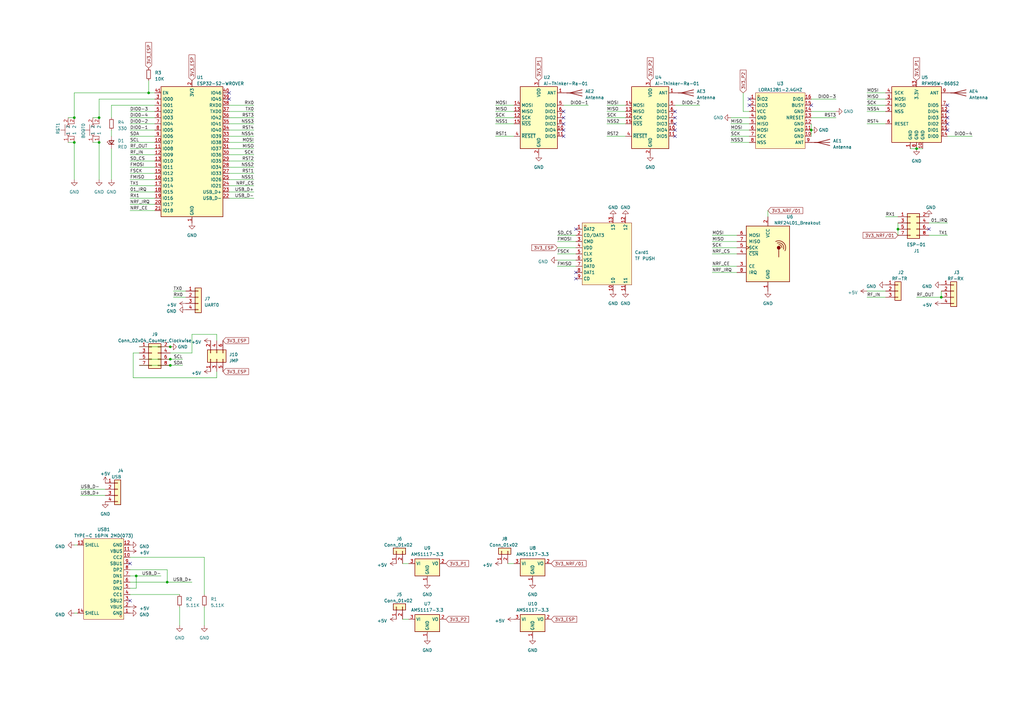
<source format=kicad_sch>
(kicad_sch (version 20230121) (generator eeschema)
  (paper "A3")
  (lib_symbols
    (symbol "Connector_Generic:Conn_01x02" (pin_names (offset 1.016) hide)
      (property "Reference" "J" (at 0 2.54 0))
      (property "Value" "Conn_01x02" (at 0 -5.08 0))
      (symbol "Conn_01x02_1_1"
        (rectangle (start -1.27 -2.413) (end 0 -2.667) (stroke (width 0.1524)))
        (rectangle (start -1.27 0.127) (end 0 -0.127) (stroke (width 0.1524)))
        (rectangle (start -1.27 1.27) (end 1.27 -3.81) (stroke (width 0.254)) (fill (type background)))
        (pin passive line (at -5.08 0 0) (length 3.81) (name "Pin_1") (number "1"))
        (pin passive line (at -5.08 -2.54 0) (length 3.81) (name "Pin_2") (number "2"))
      )
    )
    (symbol "Connector_Generic:Conn_01x03" (pin_names (offset 1.016) hide)
      (property "Reference" "J" (at 0 5.08 0))
      (property "Value" "Conn_01x03" (at 0 -5.08 0))
      (symbol "Conn_01x03_1_1"
        (rectangle (start -1.27 -2.413) (end 0 -2.667) (stroke (width 0.1524)))
        (rectangle (start -1.27 0.127) (end 0 -0.127) (stroke (width 0.1524)))
        (rectangle (start -1.27 2.667) (end 0 2.413) (stroke (width 0.1524)))
        (rectangle (start -1.27 3.81) (end 1.27 -3.81) (stroke (width 0.254)) (fill (type background)))
        (pin passive line (at -5.08 2.54 0) (length 3.81) (name "Pin_1") (number "1"))
        (pin passive line (at -5.08 0 0) (length 3.81) (name "Pin_2") (number "2"))
        (pin passive line (at -5.08 -2.54 0) (length 3.81) (name "Pin_3") (number "3"))
      )
    )
    (symbol "Connector_Generic:Conn_01x04" (pin_names (offset 1.016) hide)
      (property "Reference" "J" (at 0 5.08 0))
      (property "Value" "Conn_01x04" (at 0 -7.62 0))
      (symbol "Conn_01x04_1_1"
        (rectangle (start -1.27 -4.953) (end 0 -5.207) (stroke (width 0.1524)))
        (rectangle (start -1.27 -2.413) (end 0 -2.667) (stroke (width 0.1524)))
        (rectangle (start -1.27 0.127) (end 0 -0.127) (stroke (width 0.1524)))
        (rectangle (start -1.27 2.667) (end 0 2.413) (stroke (width 0.1524)))
        (rectangle (start -1.27 3.81) (end 1.27 -6.35) (stroke (width 0.254)) (fill (type background)))
        (pin passive line (at -5.08 2.54 0) (length 3.81) (name "Pin_1") (number "1"))
        (pin passive line (at -5.08 0 0) (length 3.81) (name "Pin_2") (number "2"))
        (pin passive line (at -5.08 -2.54 0) (length 3.81) (name "Pin_3") (number "3"))
        (pin passive line (at -5.08 -5.08 0) (length 3.81) (name "Pin_4") (number "4"))
      )
    )
    (symbol "Connector_Generic:Conn_02x03_Odd_Even" (pin_names (offset 1.016) hide)
      (property "Reference" "J" (at 1.27 5.08 0))
      (property "Value" "Conn_02x03_Odd_Even" (at 1.27 -5.08 0))
      (symbol "Conn_02x03_Odd_Even_1_1"
        (rectangle (start -1.27 -2.413) (end 0 -2.667) (stroke (width 0.1524)))
        (rectangle (start -1.27 0.127) (end 0 -0.127) (stroke (width 0.1524)))
        (rectangle (start -1.27 2.667) (end 0 2.413) (stroke (width 0.1524)))
        (rectangle (start -1.27 3.81) (end 3.81 -3.81) (stroke (width 0.254)) (fill (type background)))
        (rectangle (start 3.81 -2.413) (end 2.54 -2.667) (stroke (width 0.1524)))
        (rectangle (start 3.81 0.127) (end 2.54 -0.127) (stroke (width 0.1524)))
        (rectangle (start 3.81 2.667) (end 2.54 2.413) (stroke (width 0.1524)))
        (pin passive line (at -5.08 2.54 0) (length 3.81) (name "Pin_1") (number "1"))
        (pin passive line (at 7.62 2.54 180) (length 3.81) (name "Pin_2") (number "2"))
        (pin passive line (at -5.08 0 0) (length 3.81) (name "Pin_3") (number "3"))
        (pin passive line (at 7.62 0 180) (length 3.81) (name "Pin_4") (number "4"))
        (pin passive line (at -5.08 -2.54 0) (length 3.81) (name "Pin_5") (number "5"))
        (pin passive line (at 7.62 -2.54 180) (length 3.81) (name "Pin_6") (number "6"))
      )
    )
    (symbol "Connector_Generic:Conn_02x04_Odd_Even" (pin_names (offset 1.016) hide)
      (property "Reference" "J" (at 1.27 5.08 0))
      (property "Value" "Conn_02x04_Odd_Even" (at 1.27 -7.62 0))
      (symbol "Conn_02x04_Odd_Even_1_1"
        (rectangle (start -1.27 -4.953) (end 0 -5.207) (stroke (width 0.1524)))
        (rectangle (start -1.27 -2.413) (end 0 -2.667) (stroke (width 0.1524)))
        (rectangle (start -1.27 0.127) (end 0 -0.127) (stroke (width 0.1524)))
        (rectangle (start -1.27 2.667) (end 0 2.413) (stroke (width 0.1524)))
        (rectangle (start -1.27 3.81) (end 3.81 -6.35) (stroke (width 0.254)) (fill (type background)))
        (rectangle (start 3.81 -4.953) (end 2.54 -5.207) (stroke (width 0.1524)))
        (rectangle (start 3.81 -2.413) (end 2.54 -2.667) (stroke (width 0.1524)))
        (rectangle (start 3.81 0.127) (end 2.54 -0.127) (stroke (width 0.1524)))
        (rectangle (start 3.81 2.667) (end 2.54 2.413) (stroke (width 0.1524)))
        (pin passive line (at -5.08 2.54 0) (length 3.81) (name "Pin_1") (number "1"))
        (pin passive line (at 7.62 2.54 180) (length 3.81) (name "Pin_2") (number "2"))
        (pin passive line (at -5.08 0 0) (length 3.81) (name "Pin_3") (number "3"))
        (pin passive line (at 7.62 0 180) (length 3.81) (name "Pin_4") (number "4"))
        (pin passive line (at -5.08 -2.54 0) (length 3.81) (name "Pin_5") (number "5"))
        (pin passive line (at 7.62 -2.54 180) (length 3.81) (name "Pin_6") (number "6"))
        (pin passive line (at -5.08 -5.08 0) (length 3.81) (name "Pin_7") (number "7"))
        (pin passive line (at 7.62 -5.08 180) (length 3.81) (name "Pin_8") (number "8"))
      )
    )
    (symbol "Custom:LORA1281-2.4GHZ"
      (property "Reference" "U" (at 0 13.97 0))
      (property "Value" "LORA1281-2.4GHZ" (at 0 -13.97 0))
      (symbol "LORA1281-2.4GHZ_0_1"
        (rectangle (start -10.16 11.43) (end 10.16 -11.43) (fill (type background)))
        (circle (center -8.89 10.16) (radius 0.38))
        (pin unspecified line (at -12.7 8.89 0) (length 2.54) (name "DIO2") (number "1"))
        (pin unspecified line (at 12.7 -6.35 180) (length 2.54) (name "GND") (number "10"))
        (pin unspecified line (at 12.7 -3.81 180) (length 2.54) (name "GND") (number "11"))
        (pin unspecified line (at 12.7 -1.27 180) (length 2.54) (name "GND") (number "12"))
        (pin unspecified line (at 12.7 1.27 180) (length 2.54) (name "NRESET") (number "13"))
        (pin unspecified line (at 12.7 3.81 180) (length 2.54) (name "GND") (number "14"))
        (pin unspecified line (at 12.7 6.35 180) (length 2.54) (name "BUSY") (number "15"))
        (pin unspecified line (at 12.7 8.89 180) (length 2.54) (name "DIO1") (number "16"))
        (pin unspecified line (at -12.7 6.35 0) (length 2.54) (name "DIO3") (number "2"))
        (pin unspecified line (at -12.7 3.81 0) (length 2.54) (name "VCC") (number "3"))
        (pin unspecified line (at -12.7 1.27 0) (length 2.54) (name "GND") (number "4"))
        (pin unspecified line (at -12.7 -1.27 0) (length 2.54) (name "MISO") (number "5"))
        (pin unspecified line (at -12.7 -3.81 0) (length 2.54) (name "MOSI") (number "6"))
        (pin unspecified line (at -12.7 -6.35 0) (length 2.54) (name "SCK") (number "7"))
        (pin unspecified line (at -12.7 -8.89 0) (length 2.54) (name "NSS") (number "8"))
        (pin unspecified line (at 12.7 -8.89 180) (length 2.54) (name "ANT") (number "9"))
      )
    )
    (symbol "Custom:TFPUSH"
      (property "Reference" "Card" (at 0 20.32 0))
      (property "Value" "TF PUSH" (at 0 -20.32 0))
      (symbol "TFPUSH_0_1"
        (rectangle (start -7.62 12.7) (end 12.7 -12.7) (fill (type background)))
        (circle (center -6.35 11.43) (radius 0.38))
        (pin unspecified line (at -10.16 10.16 0) (length 2.54) (name "DAT2") (number "1"))
        (pin unspecified line (at 5.08 -15.24 90) (length 2.54) (name "10") (number "10"))
        (pin unspecified line (at 10.16 -15.24 90) (length 2.54) (name "11") (number "11"))
        (pin unspecified line (at 10.16 15.24 270) (length 2.54) (name "12") (number "12"))
        (pin unspecified line (at 5.08 15.24 270) (length 2.54) (name "13") (number "13"))
        (pin unspecified line (at -10.16 7.62 0) (length 2.54) (name "CD/DAT3") (number "2"))
        (pin unspecified line (at -10.16 5.08 0) (length 2.54) (name "CMD") (number "3"))
        (pin unspecified line (at -10.16 2.54 0) (length 2.54) (name "VDD") (number "4"))
        (pin unspecified line (at -10.16 0 0) (length 2.54) (name "CLX") (number "5"))
        (pin unspecified line (at -10.16 -2.54 0) (length 2.54) (name "VSS") (number "6"))
        (pin unspecified line (at -10.16 -5.08 0) (length 2.54) (name "DAT0") (number "7"))
        (pin unspecified line (at -10.16 -7.62 0) (length 2.54) (name "DAT1") (number "8"))
        (pin unspecified line (at -10.16 -10.16 0) (length 2.54) (name "CD") (number "9"))
      )
    )
    (symbol "Custom:TYPE-C16PIN2MD(073)"
      (property "Reference" "USB" (at 0 19.05 0))
      (property "Value" "TYPE-C 16PIN 2MD(073)" (at 0 -19.05 0))
      (symbol "TYPE-C16PIN2MD(073)_0_1"
        (rectangle (start -8.89 16.51) (end 7.62 -16.51) (fill (type background)))
        (circle (center -7.62 15.24) (radius 0.38))
        (pin unspecified line (at -11.43 13.97 0) (length 2.54) (name "GND") (number "1"))
        (pin unspecified line (at -11.43 -8.89 0) (length 2.54) (name "CC2") (number "10"))
        (pin unspecified line (at -11.43 -11.43 0) (length 2.54) (name "VBUS") (number "11"))
        (pin unspecified line (at -11.43 -13.97 0) (length 2.54) (name "GND") (number "12"))
        (pin unspecified line (at 10.16 -13.97 180) (length 2.54) (name "SHELL") (number "13"))
        (pin unspecified line (at 10.16 13.97 180) (length 2.54) (name "SHELL") (number "14"))
        (pin unspecified line (at -11.43 11.43 0) (length 2.54) (name "VBUS") (number "2"))
        (pin unspecified line (at -11.43 8.89 0) (length 2.54) (name "SBU2") (number "3"))
        (pin unspecified line (at -11.43 6.35 0) (length 2.54) (name "CC1") (number "4"))
        (pin unspecified line (at -11.43 3.81 0) (length 2.54) (name "DN2") (number "5"))
        (pin unspecified line (at -11.43 1.27 0) (length 2.54) (name "DP1") (number "6"))
        (pin unspecified line (at -11.43 -1.27 0) (length 2.54) (name "DN1") (number "7"))
        (pin unspecified line (at -11.43 -3.81 0) (length 2.54) (name "DP2") (number "8"))
        (pin unspecified line (at -11.43 -6.35 0) (length 2.54) (name "SBU1") (number "9"))
      )
    )
    (symbol "Custom:push_button"
      (property "Reference" "SW" (at 0 0 0))
      (symbol "push_button_0_1"
        (circle (center -1.778 -3.81) (radius 0.508))
        (polyline (pts (xy -2.286 -2.54) (xy 2.286 -2.54)))
        (polyline (pts (xy 0 -2.54) (xy 0 -0.762)))
        (polyline (pts (xy -2.54 -6.35) (xy -2.54 -3.81) (xy -2.286 -3.81)))
        (polyline (pts (xy 2.54 -6.35) (xy 2.54 -3.81) (xy 2.286 -3.81)))
        (circle (center 1.778 -3.81) (radius 0.508))
        (pin passive line (at -5.08 -6.35 0) (length 2.54) (name "1") (number "1"))
        (pin passive line (at -5.08 -3.81 0) (length 2.54) (name "1") (number "1"))
        (pin passive line (at 5.08 -6.35 180) (length 2.54) (name "2") (number "2"))
        (pin passive line (at 5.08 -3.81 180) (length 2.54) (name "2") (number "2"))
      )
    )
    (symbol "Device:Antenna" (pin_numbers hide) (pin_names (offset 1.016) hide)
      (property "Reference" "AE" (at -1.905 1.905 0))
      (property "Value" "Antenna" (at -1.905 0 0))
      (symbol "Antenna_0_1"
        (polyline (pts (xy 0 2.54) (xy 0 -3.81)) (stroke (width 0.254)))
        (polyline (pts (xy 1.27 2.54) (xy 0 -2.54) (xy -1.27 2.54)) (stroke (width 0.254)))
      )
      (symbol "Antenna_1_1"
        (pin input line (at 0 -5.08 90) (length 2.54) (name "A") (number "1"))
      )
    )
    (symbol "Device:LED_Small" (pin_numbers hide) (pin_names (offset 0.254) hide)
      (property "Reference" "D" (at -1.27 3.175 0))
      (property "Value" "LED_Small" (at -4.445 -2.54 0))
      (symbol "LED_Small_0_1"
        (polyline (pts (xy -0.762 -1.016) (xy -0.762 1.016)) (stroke (width 0.254)))
        (polyline (pts (xy 1.016 0) (xy -0.762 0)))
        (polyline (pts (xy 0.762 -1.016) (xy -0.762 0) (xy 0.762 1.016) (xy 0.762 -1.016)) (stroke (width 0.254)))
        (polyline (pts (xy 0 0.762) (xy -0.508 1.27) (xy -0.254 1.27) (xy -0.508 1.27) (xy -0.508 1.016)))
        (polyline (pts (xy 0.508 1.27) (xy 0 1.778) (xy 0.254 1.778) (xy 0 1.778) (xy 0 1.524)))
      )
      (symbol "LED_Small_1_1"
        (pin passive line (at -2.54 0 0) (length 1.778) (name "K") (number "1"))
        (pin passive line (at 2.54 0 180) (length 1.778) (name "A") (number "2"))
      )
    )
    (symbol "Device:R_Small" (pin_numbers hide) (pin_names (offset 0.254) hide)
      (property "Reference" "R" (at 0.762 0.508 0))
      (property "Value" "R_Small" (at 0.762 -1.016 0))
      (symbol "R_Small_0_1"
        (rectangle (start -0.762 1.778) (end 0.762 -1.778) (stroke (width 0.2032)))
      )
      (symbol "R_Small_1_1"
        (pin passive line (at 0 2.54 270) (length 0.762) (name "~") (number "1"))
        (pin passive line (at 0 -2.54 90) (length 0.762) (name "~") (number "2"))
      )
    )
    (symbol "RF:NRF24L01_Breakout" (pin_names (offset 1.016))
      (property "Reference" "U" (at -8.89 12.7 0))
      (property "Value" "NRF24L01_Breakout" (at 3.81 12.7 0))
      (symbol "NRF24L01_Breakout_0_1"
        (rectangle (start -8.89 11.43) (end 8.89 -11.43) (stroke (width 0.254)) (fill (type background)))
        (polyline (pts (xy 4.445 1.905) (xy 4.445 -1.27)) (stroke (width 0.254)))
        (circle (center 4.445 2.54) (radius 0.635) (stroke (width 0.254)) (fill (type outline)))
        (arc (start 5.715 2.54) (mid 5.3521 3.4546) (end 4.445 3.81) (stroke (width 0.254)))
        (arc (start 6.35 1.905) (mid 5.8763 3.9854) (end 3.81 4.445) (stroke (width 0.254)))
        (arc (start 6.985 1.27) (mid 6.453 4.548) (end 3.175 5.08) (stroke (width 0.254)))
      )
      (symbol "NRF24L01_Breakout_1_1"
        (pin power_in line (at 0 -15.24 90) (length 3.81) (name "GND") (number "1"))
        (pin power_in line (at 0 15.24 270) (length 3.81) (name "VCC") (number "2"))
        (pin input line (at -12.7 -5.08 0) (length 3.81) (name "CE") (number "3"))
        (pin input line (at -12.7 0 0) (length 3.81) (name "~{CSN}") (number "4"))
        (pin input clock (at -12.7 2.54 0) (length 3.81) (name "SCK") (number "5"))
        (pin input line (at -12.7 7.62 0) (length 3.81) (name "MOSI") (number "6"))
        (pin output line (at -12.7 5.08 0) (length 3.81) (name "MISO") (number "7"))
        (pin output line (at -12.7 -7.62 0) (length 3.81) (name "IRQ") (number "8"))
      )
    )
    (symbol "RF_Module:Ai-Thinker-Ra-01"
      (property "Reference" "U" (at 2.54 17.78 0))
      (property "Value" "Ai-Thinker-Ra-01" (at 13.97 -15.24 0))
      (symbol "Ai-Thinker-Ra-01_0_1"
        (rectangle (start -7.62 12.7) (end 7.62 -12.7) (stroke (width 0.254)) (fill (type background)))
      )
      (symbol "Ai-Thinker-Ra-01_1_1"
        (pin passive line (at 10.16 10.16 180) (length 2.54) (name "ANT") (number "1"))
        (pin bidirectional line (at 10.16 -5.08 180) (length 2.54) (name "DIO4") (number "10"))
        (pin bidirectional line (at 10.16 -7.62 180) (length 2.54) (name "DIO5") (number "11"))
        (pin input line (at -10.16 0 0) (length 2.54) (name "SCK") (number "12"))
        (pin output line (at -10.16 2.54 0) (length 2.54) (name "MISO") (number "13"))
        (pin input line (at -10.16 5.08 0) (length 2.54) (name "MOSI") (number "14"))
        (pin input line (at -10.16 -2.54 0) (length 2.54) (name "~{NSS}") (number "15"))
        (pin passive line (at 0 -15.24 90) (length 2.54) hide (name "GND") (number "16"))
        (pin power_in line (at 0 -15.24 90) (length 2.54) (name "GND") (number "2"))
        (pin power_in line (at 0 15.24 270) (length 2.54) (name "VDD") (number "3"))
        (pin input line (at -10.16 -7.62 0) (length 2.54) (name "~{RESET}") (number "4"))
        (pin bidirectional line (at 10.16 5.08 180) (length 2.54) (name "DIO0") (number "5"))
        (pin bidirectional line (at 10.16 2.54 180) (length 2.54) (name "DIO1") (number "6"))
        (pin bidirectional line (at 10.16 0 180) (length 2.54) (name "DIO2") (number "7"))
        (pin bidirectional line (at 10.16 -2.54 180) (length 2.54) (name "DIO3") (number "8"))
        (pin passive line (at 0 -15.24 90) (length 2.54) hide (name "GND") (number "9"))
      )
    )
    (symbol "RF_Module:ESP32-S2-WROVER"
      (property "Reference" "U" (at -12.7 29.21 0))
      (property "Value" "ESP32-S2-WROVER" (at 2.54 29.21 0))
      (symbol "ESP32-S2-WROVER_0_1"
        (rectangle (start -12.7 27.94) (end 12.7 -25.4) (stroke (width 0.254)) (fill (type background)))
      )
      (symbol "ESP32-S2-WROVER_1_1"
        (pin power_in line (at 0 -27.94 90) (length 2.54) (name "GND") (number "1"))
        (pin bidirectional line (at -15.24 5.08 0) (length 2.54) (name "IO07") (number "10"))
        (pin bidirectional line (at -15.24 2.54 0) (length 2.54) (name "IO08") (number "11"))
        (pin bidirectional line (at -15.24 0 0) (length 2.54) (name "IO09") (number "12"))
        (pin bidirectional line (at -15.24 -2.54 0) (length 2.54) (name "IO10") (number "13"))
        (pin bidirectional line (at -15.24 -5.08 0) (length 2.54) (name "IO11") (number "14"))
        (pin bidirectional line (at -15.24 -7.62 0) (length 2.54) (name "IO12") (number "15"))
        (pin bidirectional line (at -15.24 -10.16 0) (length 2.54) (name "IO13") (number "16"))
        (pin bidirectional line (at -15.24 -12.7 0) (length 2.54) (name "IO14") (number "17"))
        (pin bidirectional line (at -15.24 -15.24 0) (length 2.54) (name "IO15") (number "18"))
        (pin bidirectional line (at -15.24 -17.78 0) (length 2.54) (name "IO16") (number "19"))
        (pin power_in line (at 0 30.48 270) (length 2.54) (name "3V3") (number "2"))
        (pin bidirectional line (at -15.24 -20.32 0) (length 2.54) (name "IO17") (number "20"))
        (pin bidirectional line (at -15.24 -22.86 0) (length 2.54) (name "IO18") (number "21"))
        (pin bidirectional line (at 15.24 -17.78 180) (length 2.54) (name "USB_D-") (number "22"))
        (pin bidirectional line (at 15.24 -15.24 180) (length 2.54) (name "USB_D+") (number "23"))
        (pin bidirectional line (at 15.24 -12.7 180) (length 2.54) (name "IO21") (number "24"))
        (pin bidirectional line (at 15.24 -10.16 180) (length 2.54) (name "IO26") (number "25"))
        (pin passive line (at 0 -27.94 90) (length 2.54) hide (name "GND") (number "26"))
        (pin bidirectional line (at 15.24 -7.62 180) (length 2.54) (name "IO33") (number "27"))
        (pin bidirectional line (at 15.24 -5.08 180) (length 2.54) (name "IO34") (number "28"))
        (pin bidirectional line (at 15.24 -2.54 180) (length 2.54) (name "IO35") (number "29"))
        (pin bidirectional line (at -15.24 22.86 0) (length 2.54) (name "IO00") (number "3"))
        (pin bidirectional line (at 15.24 0 180) (length 2.54) (name "IO36") (number "30"))
        (pin bidirectional line (at 15.24 2.54 180) (length 2.54) (name "IO37") (number "31"))
        (pin bidirectional line (at 15.24 5.08 180) (length 2.54) (name "IO38") (number "32"))
        (pin bidirectional line (at 15.24 7.62 180) (length 2.54) (name "IO39") (number "33"))
        (pin bidirectional line (at 15.24 10.16 180) (length 2.54) (name "IO40") (number "34"))
        (pin bidirectional line (at 15.24 12.7 180) (length 2.54) (name "IO41") (number "35"))
        (pin bidirectional line (at 15.24 15.24 180) (length 2.54) (name "IO42") (number "36"))
        (pin bidirectional line (at 15.24 17.78 180) (length 2.54) (name "TXD0") (number "37"))
        (pin bidirectional line (at 15.24 20.32 180) (length 2.54) (name "RXD0") (number "38"))
        (pin bidirectional line (at 15.24 22.86 180) (length 2.54) (name "IO45") (number "39"))
        (pin bidirectional line (at -15.24 20.32 0) (length 2.54) (name "IO01") (number "4"))
        (pin input line (at 15.24 25.4 180) (length 2.54) (name "IO46") (number "40"))
        (pin input line (at -15.24 25.4 0) (length 2.54) (name "EN") (number "41"))
        (pin passive line (at 0 -27.94 90) (length 2.54) hide (name "GND") (number "42"))
        (pin passive line (at 0 -27.94 90) (length 2.54) hide (name "GND") (number "43"))
        (pin bidirectional line (at -15.24 17.78 0) (length 2.54) (name "IO02") (number "5"))
        (pin bidirectional line (at -15.24 15.24 0) (length 2.54) (name "IO03") (number "6"))
        (pin bidirectional line (at -15.24 12.7 0) (length 2.54) (name "IO04") (number "7"))
        (pin bidirectional line (at -15.24 10.16 0) (length 2.54) (name "IO05") (number "8"))
        (pin bidirectional line (at -15.24 7.62 0) (length 2.54) (name "IO06") (number "9"))
      )
    )
    (symbol "RF_Module:RFM95W-868S2" (pin_names (offset 1.016))
      (property "Reference" "U" (at -10.414 11.684 0))
      (property "Value" "RFM95W-868S2" (at 1.524 11.43 0))
      (symbol "RFM95W-868S2_0_1"
        (rectangle (start -10.16 10.16) (end 10.16 -12.7) (stroke (width 0.254)) (fill (type background)))
      )
      (symbol "RFM95W-868S2_1_1"
        (pin power_in line (at -2.54 -15.24 90) (length 2.54) (name "GND") (number "1"))
        (pin power_in line (at 2.54 -15.24 90) (length 2.54) (name "GND") (number "10"))
        (pin bidirectional line (at 12.7 -2.54 180) (length 2.54) (name "DIO3") (number "11"))
        (pin bidirectional line (at 12.7 0 180) (length 2.54) (name "DIO4") (number "12"))
        (pin power_in line (at 0 12.7 270) (length 2.54) (name "3.3V") (number "13"))
        (pin bidirectional line (at 12.7 -10.16 180) (length 2.54) (name "DIO0") (number "14"))
        (pin bidirectional line (at 12.7 -7.62 180) (length 2.54) (name "DIO1") (number "15"))
        (pin bidirectional line (at 12.7 -5.08 180) (length 2.54) (name "DIO2") (number "16"))
        (pin output line (at -12.7 2.54 0) (length 2.54) (name "MISO") (number "2"))
        (pin input line (at -12.7 5.08 0) (length 2.54) (name "MOSI") (number "3"))
        (pin input line (at -12.7 7.62 0) (length 2.54) (name "SCK") (number "4"))
        (pin input line (at -12.7 0 0) (length 2.54) (name "NSS") (number "5"))
        (pin bidirectional line (at -12.7 -5.08 0) (length 2.54) (name "RESET") (number "6"))
        (pin bidirectional line (at 12.7 2.54 180) (length 2.54) (name "DIO5") (number "7"))
        (pin power_in line (at 0 -15.24 90) (length 2.54) (name "GND") (number "8"))
        (pin bidirectional line (at 12.7 7.62 180) (length 2.54) (name "ANT") (number "9"))
      )
    )
    (symbol "Regulator_Linear:AMS1117-3.3"
      (property "Reference" "U" (at -3.81 3.175 0))
      (property "Value" "AMS1117-3.3" (at 0 3.175 0))
      (symbol "AMS1117-3.3_0_1"
        (rectangle (start -5.08 -5.08) (end 5.08 1.905) (stroke (width 0.254)) (fill (type background)))
      )
      (symbol "AMS1117-3.3_1_1"
        (pin power_in line (at 0 -7.62 90) (length 2.54) (name "GND") (number "1"))
        (pin power_out line (at 7.62 0 180) (length 2.54) (name "VO") (number "2"))
        (pin power_in line (at -7.62 0 0) (length 2.54) (name "VI") (number "3"))
      )
    )
    (symbol "power:+5V" (power) (pin_names (offset 0))
      (property "Value" "+5V" (at 0 3.556 0))
      (symbol "+5V_0_1"
        (polyline (pts (xy -0.762 1.27) (xy 0 2.54)))
        (polyline (pts (xy 0 0) (xy 0 2.54)))
        (polyline (pts (xy 0 2.54) (xy 0.762 1.27)))
      )
      (symbol "+5V_1_1"
        (pin power_in line (at 0 0 90) (length 0) hide (name "+5V") (number "1"))
      )
    )
    (symbol "power:GND" (power) (pin_names (offset 0))
      (property "Value" "GND" (at 0 -3.81 0))
      (symbol "GND_0_1"
        (polyline (pts (xy 0 0) (xy 0 -1.27) (xy 1.27 -1.27) (xy 0 -2.54) (xy -1.27 -1.27) (xy 0 -1.27)))
      )
      (symbol "GND_1_1"
        (pin power_in line (at 0 0 270) (length 0) hide (name "GND") (number "1"))
      )
    )
  )
  (junction (at 60.96 38.1))
  (junction (at 375.92 60.96))
  (junction (at 386.08 121.92))
  (junction (at 40.64 58.42))
  (junction (at 30.48 48.26))
  (junction (at 40.64 48.26))
  (junction (at 30.48 58.42))
  (junction (at 368.3 93.98))
  (junction (at 332.74 53.34))
  (junction (at 68.58 238.76))
  (junction (at 69.85 147.32))
  (junction (at 69.85 149.86))
  (junction (at 55.88 236.22))
  (junction (at 69.85 142.24))
  (no_connect (at 388.62 50.8))
  (no_connect (at 276.86 55.88))
  (no_connect (at 276.86 53.34))
  (no_connect (at 231.14 48.26))
  (no_connect (at 236.22 111.76))
  (no_connect (at 231.14 50.8))
  (no_connect (at 381 93.98))
  (no_connect (at 93.98 38.1))
  (no_connect (at 53.34 246.38))
  (no_connect (at 236.22 114.3))
  (no_connect (at 53.34 231.14))
  (no_connect (at 231.14 53.34))
  (no_connect (at 231.14 55.88))
  (no_connect (at 93.98 40.64))
  (no_connect (at 307.34 43.18))
  (no_connect (at 236.22 93.98))
  (no_connect (at 332.74 43.18))
  (no_connect (at 388.62 43.18))
  (no_connect (at 388.62 48.26))
  (no_connect (at 276.86 45.72))
  (no_connect (at 276.86 48.26))
  (no_connect (at 388.62 45.72))
  (no_connect (at 307.34 40.64))
  (no_connect (at 276.86 50.8))
  (no_connect (at 231.14 45.72))
  (no_connect (at 388.62 53.34))
  (wire (pts (xy 355.6 43.18) (xy 363.22 43.18)))
  (wire (pts (xy 93.98 68.58) (xy 104.14 68.58)))
  (wire (pts (xy 299.72 48.26) (xy 307.34 48.26)))
  (wire (pts (xy 45.72 43.18) (xy 63.5 43.18)))
  (wire (pts (xy 355.6 121.92) (xy 363.22 121.92)))
  (wire (pts (xy 83.82 228.6) (xy 53.34 228.6)))
  (wire (pts (xy 381 96.52) (xy 388.62 96.52)))
  (wire (pts (xy 228.6 109.22) (xy 236.22 109.22)))
  (wire (pts (xy 38.1 58.42) (xy 40.64 58.42)))
  (wire (pts (xy 388.62 91.44) (xy 381 91.44)))
  (wire (pts (xy 88.9 139.7) (xy 88.9 137.16)))
  (wire (pts (xy 30.48 38.1) (xy 30.48 48.26)))
  (wire (pts (xy 63.5 40.64) (xy 40.64 40.64)))
  (wire (pts (xy 93.98 78.74) (xy 104.14 78.74)))
  (wire (pts (xy 93.98 53.34) (xy 104.14 53.34)))
  (wire (pts (xy 332.74 53.34) (xy 332.74 50.8)))
  (wire (pts (xy 60.96 38.1) (xy 60.96 33.02)))
  (wire (pts (xy 53.34 86.36) (xy 63.5 86.36)))
  (wire (pts (xy 355.6 40.64) (xy 363.22 40.64)))
  (wire (pts (xy 53.34 63.5) (xy 63.5 63.5)))
  (wire (pts (xy 355.6 45.72) (xy 363.22 45.72)))
  (wire (pts (xy 33.02 203.2) (xy 43.18 203.2)))
  (wire (pts (xy 40.64 40.64) (xy 40.64 48.26)))
  (wire (pts (xy 93.98 48.26) (xy 104.14 48.26)))
  (wire (pts (xy 93.98 45.72) (xy 104.14 45.72)))
  (wire (pts (xy 93.98 66.04) (xy 104.14 66.04)))
  (wire (pts (xy 314.96 86.36) (xy 314.96 88.9)))
  (wire (pts (xy 292.1 99.06) (xy 302.26 99.06)))
  (wire (pts (xy 203.2 48.26) (xy 210.82 48.26)))
  (wire (pts (xy 57.15 142.24) (xy 69.85 142.24)))
  (wire (pts (xy 54.61 144.78) (xy 57.15 144.78)))
  (wire (pts (xy 355.6 119.38) (xy 363.22 119.38)))
  (wire (pts (xy 208.28 231.14) (xy 210.82 231.14)))
  (wire (pts (xy 355.6 50.8) (xy 363.22 50.8)))
  (wire (pts (xy 53.34 68.58) (xy 63.5 68.58)))
  (wire (pts (xy 363.22 88.9) (xy 368.3 88.9)))
  (wire (pts (xy 45.72 48.26) (xy 45.72 43.18)))
  (wire (pts (xy 332.74 55.88) (xy 332.74 53.34)))
  (wire (pts (xy 68.58 233.68) (xy 68.58 238.76)))
  (wire (pts (xy 53.34 60.96) (xy 63.5 60.96)))
  (wire (pts (xy 93.98 76.2) (xy 104.14 76.2)))
  (wire (pts (xy 299.72 50.8) (xy 307.34 50.8)))
  (wire (pts (xy 53.34 50.8) (xy 63.5 50.8)))
  (wire (pts (xy 78.74 144.78) (xy 69.85 144.78)))
  (wire (pts (xy 60.96 38.1) (xy 30.48 38.1)))
  (wire (pts (xy 33.02 200.66) (xy 43.18 200.66)))
  (wire (pts (xy 38.1 48.26) (xy 40.64 48.26)))
  (wire (pts (xy 373.38 60.96) (xy 375.92 60.96)))
  (wire (pts (xy 388.62 55.88) (xy 398.78 55.88)))
  (wire (pts (xy 53.34 73.66) (xy 63.5 73.66)))
  (wire (pts (xy 93.98 58.42) (xy 104.14 58.42)))
  (wire (pts (xy 88.9 137.16) (xy 78.74 137.16)))
  (wire (pts (xy 248.92 45.72) (xy 256.54 45.72)))
  (wire (pts (xy 93.98 73.66) (xy 104.14 73.66)))
  (wire (pts (xy 83.82 248.92) (xy 83.82 256.54)))
  (wire (pts (xy 203.2 50.8) (xy 210.82 50.8)))
  (wire (pts (xy 228.6 101.6) (xy 236.22 101.6)))
  (wire (pts (xy 53.34 76.2) (xy 63.5 76.2)))
  (wire (pts (xy 73.66 243.84) (xy 53.34 243.84)))
  (wire (pts (xy 53.34 55.88) (xy 63.5 55.88)))
  (wire (pts (xy 40.64 58.42) (xy 40.64 73.66)))
  (wire (pts (xy 63.5 38.1) (xy 60.96 38.1)))
  (wire (pts (xy 228.6 99.06) (xy 236.22 99.06)))
  (wire (pts (xy 292.1 101.6) (xy 302.26 101.6)))
  (wire (pts (xy 93.98 55.88) (xy 104.14 55.88)))
  (wire (pts (xy 304.8 45.72) (xy 304.8 38.1)))
  (wire (pts (xy 68.58 238.76) (xy 78.74 238.76)))
  (wire (pts (xy 368.3 91.44) (xy 368.3 93.98)))
  (wire (pts (xy 228.6 106.68) (xy 236.22 106.68)))
  (wire (pts (xy 53.34 45.72) (xy 63.5 45.72)))
  (wire (pts (xy 375.92 121.92) (xy 386.08 121.92)))
  (wire (pts (xy 292.1 109.22) (xy 302.26 109.22)))
  (wire (pts (xy 45.72 53.34) (xy 45.72 55.88)))
  (wire (pts (xy 53.34 48.26) (xy 63.5 48.26)))
  (wire (pts (xy 292.1 96.52) (xy 302.26 96.52)))
  (wire (pts (xy 53.34 81.28) (xy 63.5 81.28)))
  (wire (pts (xy 342.9 45.72) (xy 332.74 45.72)))
  (wire (pts (xy 53.34 58.42) (xy 63.5 58.42)))
  (wire (pts (xy 307.34 45.72) (xy 304.8 45.72)))
  (wire (pts (xy 45.72 60.96) (xy 45.72 73.66)))
  (wire (pts (xy 27.94 48.26) (xy 30.48 48.26)))
  (wire (pts (xy 299.72 53.34) (xy 307.34 53.34)))
  (wire (pts (xy 55.88 236.22) (xy 66.04 236.22)))
  (wire (pts (xy 57.15 147.32) (xy 69.85 147.32)))
  (wire (pts (xy 54.61 154.94) (xy 54.61 144.78)))
  (wire (pts (xy 53.34 83.82) (xy 63.5 83.82)))
  (wire (pts (xy 299.72 55.88) (xy 307.34 55.88)))
  (wire (pts (xy 355.6 38.1) (xy 363.22 38.1)))
  (wire (pts (xy 53.34 233.68) (xy 68.58 233.68)))
  (wire (pts (xy 30.48 58.42) (xy 30.48 73.66)))
  (wire (pts (xy 375.92 60.96) (xy 378.46 60.96)))
  (wire (pts (xy 248.92 55.88) (xy 256.54 55.88)))
  (wire (pts (xy 71.12 119.38) (xy 76.2 119.38)))
  (wire (pts (xy 165.1 231.14) (xy 167.64 231.14)))
  (wire (pts (xy 228.6 104.14) (xy 236.22 104.14)))
  (wire (pts (xy 368.3 93.98) (xy 368.3 96.52)))
  (wire (pts (xy 292.1 111.76) (xy 302.26 111.76)))
  (wire (pts (xy 55.88 241.3) (xy 55.88 236.22)))
  (wire (pts (xy 93.98 43.18) (xy 104.14 43.18)))
  (wire (pts (xy 78.74 137.16) (xy 78.74 144.78)))
  (wire (pts (xy 292.1 104.14) (xy 302.26 104.14)))
  (wire (pts (xy 88.9 152.4) (xy 88.9 154.94)))
  (wire (pts (xy 93.98 71.12) (xy 104.14 71.12)))
  (wire (pts (xy 386.08 119.38) (xy 386.08 121.92)))
  (wire (pts (xy 203.2 45.72) (xy 210.82 45.72)))
  (wire (pts (xy 57.15 149.86) (xy 69.85 149.86)))
  (wire (pts (xy 83.82 243.84) (xy 83.82 228.6)))
  (wire (pts (xy 276.86 43.18) (xy 287.02 43.18)))
  (wire (pts (xy 93.98 63.5) (xy 104.14 63.5)))
  (wire (pts (xy 53.34 78.74) (xy 63.5 78.74)))
  (wire (pts (xy 332.74 48.26) (xy 342.9 48.26)))
  (wire (pts (xy 73.66 248.92) (xy 73.66 256.54)))
  (wire (pts (xy 203.2 55.88) (xy 210.82 55.88)))
  (wire (pts (xy 69.85 149.86) (xy 74.93 149.86)))
  (wire (pts (xy 228.6 96.52) (xy 236.22 96.52)))
  (wire (pts (xy 88.9 154.94) (xy 54.61 154.94)))
  (wire (pts (xy 248.92 50.8) (xy 256.54 50.8)))
  (wire (pts (xy 231.14 43.18) (xy 241.3 43.18)))
  (wire (pts (xy 53.34 241.3) (xy 55.88 241.3)))
  (wire (pts (xy 71.12 121.92) (xy 76.2 121.92)))
  (wire (pts (xy 27.94 58.42) (xy 30.48 58.42)))
  (wire (pts (xy 248.92 48.26) (xy 256.54 48.26)))
  (wire (pts (xy 53.34 236.22) (xy 55.88 236.22)))
  (wire (pts (xy 53.34 66.04) (xy 63.5 66.04)))
  (wire (pts (xy 93.98 60.96) (xy 104.14 60.96)))
  (wire (pts (xy 30.48 251.46) (xy 31.75 251.46)))
  (wire (pts (xy 248.92 43.18) (xy 256.54 43.18)))
  (wire (pts (xy 203.2 43.18) (xy 210.82 43.18)))
  (wire (pts (xy 53.34 238.76) (xy 68.58 238.76)))
  (wire (pts (xy 53.34 53.34) (xy 63.5 53.34)))
  (wire (pts (xy 53.34 71.12) (xy 63.5 71.12)))
  (wire (pts (xy 93.98 50.8) (xy 104.14 50.8)))
  (wire (pts (xy 69.85 147.32) (xy 74.93 147.32)))
  (wire (pts (xy 299.72 58.42) (xy 307.34 58.42)))
  (wire (pts (xy 30.48 223.52) (xy 31.75 223.52)))
  (wire (pts (xy 165.1 254) (xy 167.64 254)))
  (wire (pts (xy 332.74 40.64) (xy 342.9 40.64)))
  (wire (pts (xy 93.98 81.28) (xy 104.14 81.28)))
  (label "NSS2" (at 248.92 50.8 0))
  (label "SD_CS" (at 228.6 96.52 0))
  (label "MISO" (at 248.92 45.72 0))
  (label "DIO0-2" (at 53.34 50.8 0))
  (label "SCK" (at 248.92 48.26 0))
  (label "RST3" (at 104.14 48.26 180))
  (label "NSS3" (at 104.14 50.8 180))
  (label "MOSI" (at 104.14 58.42 180))
  (label "RX0" (at 71.12 121.92 0))
  (label "RX0" (at 104.14 43.18 180))
  (label "DIO0-1" (at 53.34 53.34 0))
  (label "01_IRQ" (at 53.34 78.74 0))
  (label "NRF_CE" (at 292.1 109.22 0))
  (label "RF_OUT" (at 53.34 60.96 0))
  (label "SCL" (at 74.93 147.32 180))
  (label "RST3" (at 342.9 48.26 180))
  (label "NRF_CS" (at 292.1 104.14 0))
  (label "RST4" (at 355.6 50.8 0))
  (label "MOSI" (at 292.1 96.52 0))
  (label "SCK" (at 104.14 63.5 180))
  (label "MISO" (at 203.2 45.72 0))
  (label "DIO0-2" (at 287.02 43.18 180))
  (label "USB_D-" (at 104.14 81.28 180))
  (label "TX1" (at 388.62 96.52 180))
  (label "RX1" (at 53.34 81.28 0))
  (label "01_IRQ" (at 388.62 91.44 180))
  (label "SCK" (at 355.6 43.18 0))
  (label "DIO0-3" (at 53.34 45.72 0))
  (label "NSS1" (at 104.14 73.66 180))
  (label "NRF_IRQ" (at 292.1 111.76 0))
  (label "NSS4" (at 355.6 45.72 0))
  (label "NSS4" (at 104.14 55.88 180))
  (label "USB_D-" (at 66.04 236.22 180))
  (label "SCL" (at 53.34 58.42 0))
  (label "NSS1" (at 203.2 50.8 0))
  (label "NRF_CE" (at 53.34 86.36 0))
  (label "NSS3" (at 299.72 58.42 0))
  (label "DIO0-3" (at 342.9 40.64 180))
  (label "DIO0-4" (at 53.34 48.26 0))
  (label "SDA" (at 53.34 55.88 0))
  (label "USB_D-" (at 33.02 200.66 0))
  (label "DIO0-4" (at 398.78 55.88 180))
  (label "SDA" (at 74.93 149.86 180))
  (label "SCK" (at 203.2 48.26 0))
  (label "FMOSI" (at 228.6 99.06 0))
  (label "FSCK" (at 53.34 71.12 0))
  (label "RST1" (at 104.14 71.12 180))
  (label "FSCK" (at 228.6 104.14 0))
  (label "MOSI" (at 355.6 38.1 0))
  (label "RF_IN" (at 53.34 63.5 0))
  (label "DIO0-1" (at 241.3 43.18 180))
  (label "RST1" (at 203.2 55.88 0))
  (label "MISO" (at 292.1 99.06 0))
  (label "MISO" (at 299.72 50.8 0))
  (label "RX1" (at 363.22 88.9 0))
  (label "SD_CS" (at 53.34 66.04 0))
  (label "RF_OUT" (at 375.92 121.92 0))
  (label "MOSI" (at 248.92 43.18 0))
  (label "MOSI" (at 203.2 43.18 0))
  (label "TX0" (at 71.12 119.38 0))
  (label "SCK" (at 299.72 55.88 0))
  (label "MISO" (at 355.6 40.64 0))
  (label "NSS2" (at 104.14 68.58 180))
  (label "RST4" (at 104.14 53.34 180))
  (label "RF_IN" (at 355.6 121.92 0))
  (label "TX0" (at 104.14 45.72 180))
  (label "NRF_IRQ" (at 53.34 83.82 0))
  (label "SCK" (at 292.1 101.6 0))
  (label "USB_D+" (at 104.14 78.74 180))
  (label "USB_D+" (at 78.74 238.76 180))
  (label "FMOSI" (at 53.34 68.58 0))
  (label "TX1" (at 53.34 76.2 0))
  (label "RST2" (at 248.92 55.88 0))
  (label "USB_D+" (at 33.02 203.2 0))
  (label "MOSI" (at 299.72 53.34 0))
  (label "FMISO" (at 228.6 109.22 0))
  (label "NRF_CS" (at 104.14 76.2 180))
  (label "RST2" (at 104.14 66.04 180))
  (label "FMISO" (at 53.34 73.66 0))
  (label "MISO" (at 104.14 60.96 180))
  (global_label "3V3_P2" (shape input) (at 266.7 33.02 90) (property "Intersheetrefs" "${INTERSHEET_REFS}" (effects hide)))
  (global_label "3V3_NRF{slash}01" (shape input) (at 368.3 96.52 180) (property "Intersheetrefs" "${INTERSHEET_REFS}" (effects hide)))
  (global_label "3V3_ESP" (shape input) (at 226.06 254 0) (property "Intersheetrefs" "${INTERSHEET_REFS}" (effects hide)))
  (global_label "3V3_NRF{slash}01" (shape input) (at 226.06 231.14 0) (property "Intersheetrefs" "${INTERSHEET_REFS}" (effects hide)))
  (global_label "3V3_ESP" (shape input) (at 60.96 27.94 90) (property "Intersheetrefs" "${INTERSHEET_REFS}" (effects hide)))
  (global_label "3V3_P1" (shape input) (at 220.98 33.02 90) (property "Intersheetrefs" "${INTERSHEET_REFS}" (effects hide)))
  (global_label "3V3_P2" (shape input) (at 182.88 254 0) (property "Intersheetrefs" "${INTERSHEET_REFS}" (effects hide)))
  (global_label "3V3_ESP" (shape input) (at 91.44 139.7 0) (property "Intersheetrefs" "${INTERSHEET_REFS}" (effects hide)))
  (global_label "3V3_P1" (shape input) (at 375.92 33.02 90) (property "Intersheetrefs" "${INTERSHEET_REFS}" (effects hide)))
  (global_label "3V3_ESP" (shape input) (at 228.6 101.6 180) (property "Intersheetrefs" "${INTERSHEET_REFS}" (effects hide)))
  (global_label "3V3_P2" (shape input) (at 304.8 38.1 90) (property "Intersheetrefs" "${INTERSHEET_REFS}" (effects hide)))
  (global_label "3V3_NRF{slash}01" (shape input) (at 314.96 86.36 0) (property "Intersheetrefs" "${INTERSHEET_REFS}" (effects hide)))
  (global_label "3V3_ESP" (shape input) (at 78.74 33.02 90) (property "Intersheetrefs" "${INTERSHEET_REFS}" (effects hide)))
  (global_label "3V3_ESP" (shape input) (at 91.44 152.4 0) (property "Intersheetrefs" "${INTERSHEET_REFS}" (effects hide)))
  (global_label "3V3_P1" (shape input) (at 182.88 231.14 0) (property "Intersheetrefs" "${INTERSHEET_REFS}" (effects hide)))
  (symbol (lib_id "Connector_Generic:Conn_02x04_Odd_Even") (at 373.38 91.44 0) (unit 1)
    (property "Reference" "J1" (at 377.19 102.87 0) (effects (justify right)))
    (property "Value" "ESP-01" (at 379.73 100.33 0) (effects (justify right)))
    (property "Footprint" "Connector_PinHeader_2.54mm:PinHeader_2x04_P2.54mm_Vertical" (effects hide))
  )
  (symbol (lib_id "Regulator_Linear:AMS1117-3.3") (at 175.26 231.14 0) (unit 1)
    (property "Reference" "U9" (at 175.26 224.79 0))
    (property "Value" "AMS1117-3.3" (at 175.26 227.33 0))
    (property "Footprint" "Package_TO_SOT_SMD:SOT-223-3_TabPin2" (effects hide))
    (property "Datasheet" "http://www.advanced-monolithic.com/pdf/ds1117.pdf" (effects hide))
  )
  (symbol (lib_id "power:GND") (at 73.66 256.54 0) (unit 1)
    (property "Reference" "#PWR039" (effects hide))
    (property "Value" "GND" (at 73.66 261.62 0))
  )
  (symbol (lib_id "power:GND") (at 175.26 238.76 0) (unit 1)
    (property "Reference" "#PWR028" (effects hide))
    (property "Value" "GND" (at 175.26 243.84 0))
  )
  (symbol (lib_id "power:GND") (at 386.08 116.84 270) (unit 1)
    (property "Reference" "#PWR02" (effects hide))
    (property "Value" "GND" (at 382.27 117.475 90) (effects (justify right)))
  )
  (symbol (lib_id "power:GND") (at 314.96 119.38 0) (unit 1)
    (property "Reference" "#PWR013" (effects hide))
    (property "Value" "GND" (at 314.96 124.46 0))
  )
  (symbol (lib_id "Custom:push_button") (at 24.13 53.34 90) (unit 1)
    (property "Reference" "RST1" (at 23.777 55.1169 0) (effects (justify left)))
    (property "Value" "~" (at 24.13 53.34 0))
    (property "Footprint" "Button_Switch_THT:SW_PUSH_6mm" (effects hide))
  )
  (symbol (lib_id "power:GND") (at 30.48 251.46 270) (unit 1)
    (property "Reference" "#PWR022" (effects hide))
    (property "Value" "GND" (at 26.67 252.095 90) (effects (justify right)))
  )
  (symbol (lib_id "power:GND") (at 40.64 73.66 0) (unit 1)
    (property "Reference" "#PWR042" (effects hide))
    (property "Value" "GND" (at 40.64 78.74 0))
  )
  (symbol (lib_id "power:+5V") (at 53.34 248.92 270) (unit 1)
    (property "Reference" "#PWR020" (effects hide))
    (property "Value" "+5V" (at 57.15 249.555 90) (effects (justify left)))
  )
  (symbol (lib_id "Custom:LORA1281-2.4GHZ") (at 320.04 49.53 0) (unit 1)
    (property "Reference" "U3" (at 320.04 34.29 0))
    (property "Value" "LORA1281-2.4GHZ" (at 320.04 36.83 0))
    (property "Footprint" "Custom:COMM-SMD_LORA1281-2.4GHZ" (effects hide))
    (property "Manufacturer" "G-NiceRF(思为无线)" (effects hide))
    (property "LCSC Part" "C3001531" (effects hide))
    (property "JLC Part" "Extended Part" (effects hide))
  )
  (symbol (lib_id "Custom:TYPE-C16PIN2MD(073)") (at 41.91 237.49 180) (unit 1)
    (property "Reference" "USB1" (at 42.545 217.17 0))
    (property "Value" "TYPE-C 16PIN 2MD(073)" (at 42.545 219.71 0))
    (property "Footprint" "Custom:USB-C-SMD_TYPE-C-6PIN-2MD-073" (effects hide))
    (property "Manufacturer" "SHOU HAN(首韩)" (effects hide))
    (property "LCSC Part" "C2765186" (effects hide))
    (property "JLC Part" "Extended Part" (effects hide))
  )
  (symbol (lib_id "power:GND") (at 83.82 256.54 0) (unit 1)
    (property "Reference" "#PWR040" (effects hide))
    (property "Value" "GND" (at 83.82 261.62 0))
  )
  (symbol (lib_id "power:+5V") (at 205.74 231.14 90) (unit 1)
    (property "Reference" "#PWR08" (effects hide))
    (property "Value" "+5V" (at 201.93 231.775 90) (effects (justify left)))
  )
  (symbol (lib_id "RF:NRF24L01_Breakout") (at 314.96 104.14 0) (unit 1)
    (property "Reference" "U6" (at 322.58 88.9 0) (effects (justify left)))
    (property "Value" "NRF24L01_Breakout" (at 317.5 91.44 0) (effects (justify left)))
    (property "Footprint" "RF_Module:nRF24L01_Breakout" (effects hide))
    (property "Datasheet" "http://www.nordicsemi.com/eng/content/download/2730/34105/file/nRF24L01_Product_Specification_v2_0.pdf" (effects hide))
  )
  (symbol (lib_id "power:GND") (at 53.34 251.46 90) (unit 1)
    (property "Reference" "#PWR024" (effects hide))
    (property "Value" "GND" (at 57.15 252.095 90) (effects (justify right)))
  )
  (symbol (lib_id "Regulator_Linear:AMS1117-3.3") (at 175.26 254 0) (unit 1)
    (property "Reference" "U7" (at 175.26 247.65 0))
    (property "Value" "AMS1117-3.3" (at 175.26 250.19 0))
    (property "Footprint" "Package_TO_SOT_SMD:SOT-223-3_TabPin2" (effects hide))
    (property "Datasheet" "http://www.advanced-monolithic.com/pdf/ds1117.pdf" (effects hide))
  )
  (symbol (lib_id "Connector_Generic:Conn_01x02") (at 162.56 226.06 90) (unit 1)
    (property "Reference" "J6" (at 162.56 220.98 90) (effects (justify right)))
    (property "Value" "Conn_01x02" (at 157.48 223.52 90) (effects (justify right)))
    (property "Footprint" "Connector_PinHeader_2.54mm:PinHeader_1x02_P2.54mm_Vertical" (effects hide))
  )
  (symbol (lib_id "power:+5V") (at 53.34 226.06 270) (unit 1)
    (property "Reference" "#PWR025" (effects hide))
    (property "Value" "+5V" (at 57.15 226.695 90) (effects (justify left)))
  )
  (symbol (lib_id "Device:Antenna") (at 236.22 38.1 270) (unit 1)
    (property "Reference" "AE2" (at 240.03 37.465 90) (effects (justify left)))
    (property "Value" "Antenna" (at 240.03 40.005 90) (effects (justify left)))
    (property "Footprint" "Connector_Coaxial:U.FL_Hirose_U.FL-R-SMT-1_Vertical" (effects hide))
  )
  (symbol (lib_id "power:GND") (at 220.98 63.5 0) (unit 1)
    (property "Reference" "#PWR017" (effects hide))
    (property "Value" "GND" (at 220.98 68.58 0))
  )
  (symbol (lib_id "power:GND") (at 363.22 116.84 270) (unit 1)
    (property "Reference" "#PWR01" (effects hide))
    (property "Value" "GND" (at 359.41 117.475 90) (effects (justify right)))
  )
  (symbol (lib_id "Device:Antenna") (at 337.82 58.42 270) (unit 1)
    (property "Reference" "AE1" (at 341.63 57.785 90) (effects (justify left)))
    (property "Value" "Antenna" (at 341.63 60.325 90) (effects (justify left)))
    (property "Footprint" "Connector_Coaxial:U.FL_Hirose_U.FL-R-SMT-1_Vertical" (effects hide))
  )
  (symbol (lib_id "Device:R_Small") (at 83.82 246.38 0) (unit 1)
    (property "Reference" "R1" (at 86.36 245.745 0) (effects (justify left)))
    (property "Value" "5.11K" (at 86.36 248.285 0) (effects (justify left)))
    (property "Footprint" "Resistor_SMD:R_0603_1608Metric_Pad0.98x0.95mm_HandSolder" (effects hide))
  )
  (symbol (lib_id "Connector_Generic:Conn_01x04") (at 81.28 121.92 0) (unit 1)
    (property "Reference" "J7" (at 83.82 122.555 0) (effects (justify left)))
    (property "Value" "UART0" (at 83.82 125.095 0) (effects (justify left)))
    (property "Footprint" "Connector_PinHeader_2.54mm:PinHeader_1x04_P2.54mm_Vertical" (effects hide))
  )
  (symbol (lib_id "power:GND") (at 175.26 261.62 0) (unit 1)
    (property "Reference" "#PWR033" (effects hide))
    (property "Value" "GND" (at 175.26 266.7 0))
  )
  (symbol (lib_id "Regulator_Linear:AMS1117-3.3") (at 218.44 254 0) (unit 1)
    (property "Reference" "U10" (at 218.44 247.65 0))
    (property "Value" "AMS1117-3.3" (at 218.44 250.19 0))
    (property "Footprint" "Package_TO_SOT_SMD:SOT-223-3_TabPin2" (effects hide))
    (property "Datasheet" "http://www.advanced-monolithic.com/pdf/ds1117.pdf" (effects hide))
  )
  (symbol (lib_id "Custom:push_button") (at 34.29 53.34 90) (unit 1)
    (property "Reference" "BOOT0" (at 34.1901 50.4945 0) (effects (justify right)))
    (property "Value" "~" (at 34.29 53.34 0))
    (property "Footprint" "Button_Switch_THT:SW_PUSH_6mm" (effects hide))
  )
  (symbol (lib_id "power:GND") (at 218.44 261.62 0) (unit 1)
    (property "Reference" "#PWR035" (effects hide))
    (property "Value" "GND" (at 218.44 266.7 0))
  )
  (symbol (lib_id "power:GND") (at 43.18 205.74 0) (unit 1)
    (property "Reference" "#PWR026" (effects hide))
    (property "Value" "GND" (at 43.18 210.82 0))
  )
  (symbol (lib_id "RF_Module:ESP32-S2-WROVER") (at 78.74 63.5 0) (unit 1)
    (property "Reference" "U1" (at 80.6959 31.75 0) (effects (justify left)))
    (property "Value" "ESP32-S2-WROVER" (at 80.6959 34.29 0) (effects (justify left)))
    (property "Footprint" "RF_Module:ESP32-S2-WROVER" (effects hide))
    (property "Datasheet" "https://www.espressif.com/sites/default/files/documentation/esp32-s2-wroom_esp32-s2-wroom-i_datasheet_en.pdf" (effects hide))
  )
  (symbol (lib_id "power:GND") (at 375.92 60.96 0) (unit 1)
    (property "Reference" "#PWR015" (effects hide))
    (property "Value" "GND" (at 375.92 66.04 0))
  )
  (symbol (lib_id "power:+5V") (at 86.36 152.4 90) (unit 1)
    (property "Reference" "#PWR050" (effects hide))
    (property "Value" "+5V" (at 82.55 153.035 90) (effects (justify left)))
  )
  (symbol (lib_id "Connector_Generic:Conn_01x02") (at 162.56 248.92 90) (unit 1)
    (property "Reference" "J5" (at 162.56 243.84 90) (effects (justify right)))
    (property "Value" "Conn_01x02" (at 157.48 246.38 90) (effects (justify right)))
    (property "Footprint" "Connector_PinHeader_2.54mm:PinHeader_1x02_P2.54mm_Vertical" (effects hide))
  )
  (symbol (lib_id "RF_Module:Ai-Thinker-Ra-01") (at 266.7 48.26 0) (unit 1)
    (property "Reference" "U4" (at 268.6559 31.75 0) (effects (justify left)))
    (property "Value" "Ai-Thinker-Ra-01" (at 268.6559 34.29 0) (effects (justify left)))
    (property "Footprint" "RF_Module:Ai-Thinker-Ra-01-LoRa" (effects hide))
    (property "Datasheet" "http://wiki.ai-thinker.com/_media/lora/docs/c047ps01a1_ra-01_product_specification_v1.1.pdf" (effects hide))
  )
  (symbol (lib_id "power:+5V") (at 210.82 254 90) (unit 1)
    (property "Reference" "#PWR032" (effects hide))
    (property "Value" "+5V" (at 207.01 254.635 90) (effects (justify left)))
  )
  (symbol (lib_id "power:GND") (at 69.85 142.24 90) (unit 1)
    (property "Reference" "#PWR048" (effects hide))
    (property "Value" "GND" (at 74.93 142.24 90))
  )
  (symbol (lib_id "Device:R_Small") (at 60.96 30.48 0) (unit 1)
    (property "Reference" "R3" (at 63.5 29.845 0) (effects (justify left)))
    (property "Value" "10K" (at 63.5 32.385 0) (effects (justify left)))
    (property "Footprint" "Resistor_SMD:R_0603_1608Metric_Pad0.98x0.95mm_HandSolder" (effects hide))
  )
  (symbol (lib_id "power:+5V") (at 76.2 124.46 90) (unit 1)
    (property "Reference" "#PWR044" (effects hide))
    (property "Value" "+5V" (at 72.39 125.095 90) (effects (justify left)))
  )
  (symbol (lib_id "power:+5V") (at 386.08 124.46 90) (unit 1)
    (property "Reference" "#PWR03" (effects hide))
    (property "Value" "+5V" (at 382.27 125.095 90) (effects (justify left)))
  )
  (symbol (lib_id "Connector_Generic:Conn_01x04") (at 48.26 200.66 0) (unit 1)
    (property "Reference" "J4" (at 48.26 193.04 0) (effects (justify left)))
    (property "Value" "USB" (at 45.72 195.58 0) (effects (justify left)))
    (property "Footprint" "Connector_PinHeader_2.54mm:PinHeader_1x04_P2.54mm_Vertical" (effects hide))
  )
  (symbol (lib_id "Custom:TFPUSH") (at 246.38 104.14 0) (unit 1)
    (property "Reference" "Card1" (at 260.35 103.505 0) (effects (justify left)))
    (property "Value" "TF PUSH" (at 260.35 106.045 0) (effects (justify left)))
    (property "Footprint" "Custom:TF-SMD_TF-PUSH" (effects hide))
    (property "Datasheet" "https://lcsc.com/product-detail/Connector-Card-Sockets_SHOU-HAN-SHOU-HAN-TFDeck-TF-Deck_C393941.html" (effects hide))
    (property "Manufacturer" "SHOU HAN(首韩)" (effects hide))
    (property "LCSC Part" "C393941" (effects hide))
    (property "JLC Part" "Extended Part" (effects hide))
  )
  (symbol (lib_id "power:GND") (at 218.44 238.76 0) (unit 1)
    (property "Reference" "#PWR034" (effects hide))
    (property "Value" "GND" (at 218.44 243.84 0))
  )
  (symbol (lib_id "power:GND") (at 76.2 127 270) (unit 1)
    (property "Reference" "#PWR045" (effects hide))
    (property "Value" "GND" (at 72.39 127.635 90) (effects (justify right)))
  )
  (symbol (lib_id "power:+5V") (at 43.18 198.12 0) (unit 1)
    (property "Reference" "#PWR027" (effects hide))
    (property "Value" "+5V" (at 43.18 194.31 0))
  )
  (symbol (lib_id "Connector_Generic:Conn_01x02") (at 205.74 226.06 90) (unit 1)
    (property "Reference" "J8" (at 205.74 220.98 90) (effects (justify right)))
    (property "Value" "Conn_01x02" (at 200.66 223.52 90) (effects (justify right)))
    (property "Footprint" "Connector_PinHeader_2.54mm:PinHeader_1x02_P2.54mm_Vertical" (effects hide))
  )
  (symbol (lib_id "power:GND") (at 251.46 119.38 0) (unit 1)
    (property "Reference" "#PWR054" (effects hide))
    (property "Value" "GND" (at 251.46 124.46 0))
  )
  (symbol (lib_id "power:GND") (at 45.72 73.66 0) (unit 1)
    (property "Reference" "#PWR046" (effects hide))
    (property "Value" "GND" (at 45.72 78.74 0))
  )
  (symbol (lib_id "Device:R_Small") (at 45.72 50.8 180) (unit 1)
    (property "Reference" "R4" (at 48.26 50.165 0) (effects (justify right)))
    (property "Value" "330" (at 48.26 52.705 0) (effects (justify right)))
    (property "Footprint" "Resistor_SMD:R_0603_1608Metric_Pad0.98x0.95mm_HandSolder" (effects hide))
  )
  (symbol (lib_id "Connector_Generic:Conn_01x04") (at 391.16 119.38 0) (unit 1)
    (property "Reference" "J3" (at 391.16 111.76 0) (effects (justify left)))
    (property "Value" "RF-RX" (at 388.62 114.3 0) (effects (justify left)))
    (property "Footprint" "Connector_PinHeader_2.54mm:PinHeader_1x04_P2.54mm_Vertical" (effects hide))
  )
  (symbol (lib_id "Connector_Generic:Conn_01x03") (at 368.3 119.38 0) (unit 1)
    (property "Reference" "J2" (at 368.3 111.76 0) (effects (justify left)))
    (property "Value" "RF-TR" (at 365.76 114.3 0) (effects (justify left)))
    (property "Footprint" "Connector_PinHeader_2.54mm:PinHeader_1x03_P2.54mm_Vertical" (effects hide))
  )
  (symbol (lib_id "RF_Module:RFM95W-868S2") (at 375.92 45.72 0) (unit 1)
    (property "Reference" "U5" (at 377.8759 31.75 0) (effects (justify left)))
    (property "Value" "RFM95W-868S2" (at 377.8759 34.29 0) (effects (justify left)))
    (property "Footprint" "RF_Module:HOPERF_RFM9XW_SMD" (effects hide))
    (property "Datasheet" "https://www.hoperf.com/data/upload/portal/20181127/5bfcbea20e9ef.pdf" (effects hide))
  )
  (symbol (lib_id "power:GND") (at 53.34 223.52 90) (unit 1)
    (property "Reference" "#PWR023" (effects hide))
    (property "Value" "GND" (at 57.15 224.155 90) (effects (justify right)))
  )
  (symbol (lib_id "power:GND") (at 381 88.9 180) (unit 1)
    (property "Reference" "#PWR05" (effects hide))
    (property "Value" "GND" (at 379.73 85.09 0) (effects (justify right)))
  )
  (symbol (lib_id "power:GND") (at 78.74 91.44 0) (unit 1)
    (property "Reference" "#PWR016" (effects hide))
    (property "Value" "GND" (at 78.74 96.52 0))
  )
  (symbol (lib_id "Regulator_Linear:AMS1117-3.3") (at 218.44 231.14 0) (unit 1)
    (property "Reference" "U8" (at 218.44 224.79 0))
    (property "Value" "AMS1117-3.3" (at 218.44 227.33 0))
    (property "Footprint" "Package_TO_SOT_SMD:SOT-223-3_TabPin2" (effects hide))
    (property "Datasheet" "http://www.advanced-monolithic.com/pdf/ds1117.pdf" (effects hide))
  )
  (symbol (lib_id "RF_Module:Ai-Thinker-Ra-01") (at 220.98 48.26 0) (unit 1)
    (property "Reference" "U2" (at 222.9359 31.75 0) (effects (justify left)))
    (property "Value" "Ai-Thinker-Ra-01" (at 222.9359 34.29 0) (effects (justify left)))
    (property "Footprint" "RF_Module:Ai-Thinker-Ra-01-LoRa" (effects hide))
    (property "Datasheet" "http://wiki.ai-thinker.com/_media/lora/docs/c047ps01a1_ra-01_product_specification_v1.1.pdf" (effects hide))
  )
  (symbol (lib_id "Device:Antenna") (at 393.7 38.1 270) (unit 1)
    (property "Reference" "AE4" (at 397.51 37.465 90) (effects (justify left)))
    (property "Value" "Antenna" (at 397.51 40.005 90) (effects (justify left)))
    (property "Footprint" "Connector_Coaxial:U.FL_Hirose_U.FL-R-SMT-1_Vertical" (effects hide))
  )
  (symbol (lib_id "power:+5V") (at 162.56 231.14 90) (unit 1)
    (property "Reference" "#PWR07" (effects hide))
    (property "Value" "+5V" (at 158.75 231.775 90) (effects (justify left)))
  )
  (symbol (lib_id "power:GND") (at 266.7 63.5 0) (unit 1)
    (property "Reference" "#PWR014" (effects hide))
    (property "Value" "GND" (at 266.7 68.58 0))
  )
  (symbol (lib_id "power:GND") (at 299.72 48.26 270) (unit 1)
    (property "Reference" "#PWR09" (effects hide))
    (property "Value" "GND" (at 294.64 48.26 90))
  )
  (symbol (lib_id "power:GND") (at 256.54 88.9 180) (unit 1)
    (property "Reference" "#PWR056" (effects hide))
    (property "Value" "GND" (at 256.54 85.09 0))
  )
  (symbol (lib_id "power:+5V") (at 162.56 254 90) (unit 1)
    (property "Reference" "#PWR06" (effects hide))
    (property "Value" "+5V" (at 158.75 254.635 90) (effects (justify left)))
  )
  (symbol (lib_id "power:+5V") (at 86.36 139.7 90) (unit 1)
    (property "Reference" "#PWR049" (effects hide))
    (property "Value" "+5V" (at 82.55 140.335 90) (effects (justify left)))
  )
  (symbol (lib_id "Connector_Generic:Conn_02x04_Odd_Even") (at 62.23 144.78 0) (unit 1)
    (property "Reference" "J9" (at 63.5 137.16 0))
    (property "Value" "Conn_02x04_Counter_Clockwise" (at 63.5 139.7 0))
    (property "Footprint" "Connector_PinSocket_2.54mm:PinSocket_2x04_P2.54mm_Vertical" (effects hide))
  )
  (symbol (lib_id "power:GND") (at 251.46 88.9 180) (unit 1)
    (property "Reference" "#PWR057" (effects hide))
    (property "Value" "GND" (at 251.46 85.09 0))
  )
  (symbol (lib_id "power:GND") (at 30.48 73.66 0) (unit 1)
    (property "Reference" "#PWR043" (effects hide))
    (property "Value" "GND" (at 30.48 78.74 0))
  )
  (symbol (lib_id "Device:LED_Small") (at 45.72 58.42 90) (unit 1)
    (property "Reference" "D1" (at 48.26 57.7215 90) (effects (justify right)))
    (property "Value" "RED" (at 48.26 60.2615 90) (effects (justify right)))
    (property "Footprint" "LED_SMD:LED_0603_1608Metric_Pad1.05x0.95mm_HandSolder" (effects hide))
  )
  (symbol (lib_id "power:GND") (at 228.6 106.68 270) (unit 1)
    (property "Reference" "#PWR053" (effects hide))
    (property "Value" "GND" (at 224.79 107.315 90) (effects (justify right)))
  )
  (symbol (lib_id "power:GND") (at 256.54 119.38 0) (unit 1)
    (property "Reference" "#PWR055" (effects hide))
    (property "Value" "GND" (at 256.54 124.46 0))
  )
  (symbol (lib_id "Connector_Generic:Conn_02x03_Odd_Even") (at 88.9 147.32 90) (unit 1)
    (property "Reference" "J10" (at 93.98 145.415 90) (effects (justify right)))
    (property "Value" "JMP" (at 93.98 147.955 90) (effects (justify right)))
    (property "Footprint" "Connector_PinSocket_2.54mm:PinSocket_2x03_P2.54mm_Vertical" (effects hide))
  )
  (symbol (lib_id "power:GND") (at 332.74 53.34 90) (unit 1)
    (property "Reference" "#PWR010" (effects hide))
    (property "Value" "GND" (at 337.82 53.34 90))
  )
  (symbol (lib_id "power:GND") (at 342.9 45.72 90) (unit 1)
    (property "Reference" "#PWR011" (effects hide))
    (property "Value" "GND" (at 347.98 45.72 90))
  )
  (symbol (lib_id "Device:R_Small") (at 73.66 246.38 180) (unit 1)
    (property "Reference" "R2" (at 76.2 245.745 0) (effects (justify right)))
    (property "Value" "5.11K" (at 76.2 248.285 0) (effects (justify right)))
    (property "Footprint" "Resistor_SMD:R_0603_1608Metric_Pad0.98x0.95mm_HandSolder" (effects hide))
  )
  (symbol (lib_id "power:+5V") (at 355.6 119.38 90) (unit 1)
    (property "Reference" "#PWR04" (effects hide))
    (property "Value" "+5V" (at 351.79 120.015 90) (effects (justify left)))
  )
  (symbol (lib_id "Device:Antenna") (at 281.94 38.1 270) (unit 1)
    (property "Reference" "AE3" (at 285.75 37.465 90) (effects (justify left)))
    (property "Value" "Antenna" (at 285.75 40.005 90) (effects (justify left)))
    (property "Footprint" "Connector_Coaxial:U.FL_Hirose_U.FL-R-SMT-1_Vertical" (effects hide))
  )
  (symbol (lib_id "power:GND") (at 30.48 223.52 270) (unit 1)
    (property "Reference" "#PWR021" (effects hide))
    (property "Value" "GND" (at 26.67 224.155 90) (effects (justify right)))
  )
)
</source>
